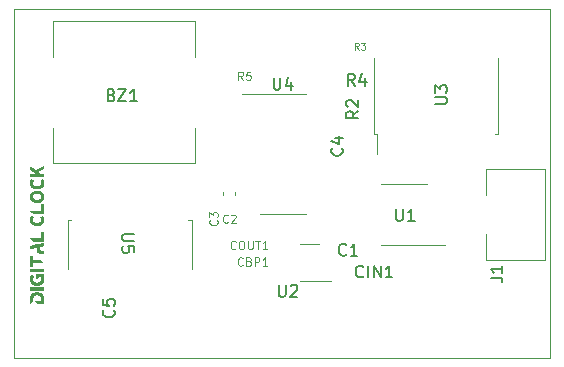
<source format=gbr>
%TF.GenerationSoftware,KiCad,Pcbnew,(6.0.1)*%
%TF.CreationDate,2022-09-04T12:14:09+08:00*%
%TF.ProjectId,Digital Clock,44696769-7461-46c2-9043-6c6f636b2e6b,_____*%
%TF.SameCoordinates,Original*%
%TF.FileFunction,Legend,Top*%
%TF.FilePolarity,Positive*%
%FSLAX46Y46*%
G04 Gerber Fmt 4.6, Leading zero omitted, Abs format (unit mm)*
G04 Created by KiCad (PCBNEW (6.0.1)) date 2022-09-04 12:14:09*
%MOMM*%
%LPD*%
G01*
G04 APERTURE LIST*
%TA.AperFunction,Profile*%
%ADD10C,0.100000*%
%TD*%
%ADD11C,0.090000*%
%ADD12C,0.150000*%
%ADD13C,0.100000*%
%ADD14C,0.120000*%
G04 APERTURE END LIST*
D10*
X43410000Y-19400000D02*
X88800000Y-19400000D01*
X88800000Y-19400000D02*
X88800000Y-48900000D01*
X88800000Y-48900000D02*
X43410000Y-48900000D01*
X43410000Y-48900000D02*
X43410000Y-19400000D01*
D11*
%TO.C,R3*%
X72580000Y-22831428D02*
X72380000Y-22545714D01*
X72237142Y-22831428D02*
X72237142Y-22231428D01*
X72465714Y-22231428D01*
X72522857Y-22260000D01*
X72551428Y-22288571D01*
X72580000Y-22345714D01*
X72580000Y-22431428D01*
X72551428Y-22488571D01*
X72522857Y-22517142D01*
X72465714Y-22545714D01*
X72237142Y-22545714D01*
X72780000Y-22231428D02*
X73151428Y-22231428D01*
X72951428Y-22460000D01*
X73037142Y-22460000D01*
X73094285Y-22488571D01*
X73122857Y-22517142D01*
X73151428Y-22574285D01*
X73151428Y-22717142D01*
X73122857Y-22774285D01*
X73094285Y-22802857D01*
X73037142Y-22831428D01*
X72865714Y-22831428D01*
X72808571Y-22802857D01*
X72780000Y-22774285D01*
D12*
%TO.C,BZ1*%
X51669047Y-26668571D02*
X51811904Y-26716190D01*
X51859523Y-26763809D01*
X51907142Y-26859047D01*
X51907142Y-27001904D01*
X51859523Y-27097142D01*
X51811904Y-27144761D01*
X51716666Y-27192380D01*
X51335714Y-27192380D01*
X51335714Y-26192380D01*
X51669047Y-26192380D01*
X51764285Y-26240000D01*
X51811904Y-26287619D01*
X51859523Y-26382857D01*
X51859523Y-26478095D01*
X51811904Y-26573333D01*
X51764285Y-26620952D01*
X51669047Y-26668571D01*
X51335714Y-26668571D01*
X52240476Y-26192380D02*
X52907142Y-26192380D01*
X52240476Y-27192380D01*
X52907142Y-27192380D01*
X53811904Y-27192380D02*
X53240476Y-27192380D01*
X53526190Y-27192380D02*
X53526190Y-26192380D01*
X53430952Y-26335238D01*
X53335714Y-26430476D01*
X53240476Y-26478095D01*
%TO.C,C5*%
X51837142Y-44876666D02*
X51884761Y-44924285D01*
X51932380Y-45067142D01*
X51932380Y-45162380D01*
X51884761Y-45305238D01*
X51789523Y-45400476D01*
X51694285Y-45448095D01*
X51503809Y-45495714D01*
X51360952Y-45495714D01*
X51170476Y-45448095D01*
X51075238Y-45400476D01*
X50980000Y-45305238D01*
X50932380Y-45162380D01*
X50932380Y-45067142D01*
X50980000Y-44924285D01*
X51027619Y-44876666D01*
X50932380Y-43971904D02*
X50932380Y-44448095D01*
X51408571Y-44495714D01*
X51360952Y-44448095D01*
X51313333Y-44352857D01*
X51313333Y-44114761D01*
X51360952Y-44019523D01*
X51408571Y-43971904D01*
X51503809Y-43924285D01*
X51741904Y-43924285D01*
X51837142Y-43971904D01*
X51884761Y-44019523D01*
X51932380Y-44114761D01*
X51932380Y-44352857D01*
X51884761Y-44448095D01*
X51837142Y-44495714D01*
%TO.C,C4*%
X71157142Y-31166666D02*
X71204761Y-31214285D01*
X71252380Y-31357142D01*
X71252380Y-31452380D01*
X71204761Y-31595238D01*
X71109523Y-31690476D01*
X71014285Y-31738095D01*
X70823809Y-31785714D01*
X70680952Y-31785714D01*
X70490476Y-31738095D01*
X70395238Y-31690476D01*
X70300000Y-31595238D01*
X70252380Y-31452380D01*
X70252380Y-31357142D01*
X70300000Y-31214285D01*
X70347619Y-31166666D01*
X70585714Y-30309523D02*
X71252380Y-30309523D01*
X70204761Y-30547619D02*
X70919047Y-30785714D01*
X70919047Y-30166666D01*
D13*
%TO.C,CBP1*%
X62783333Y-41050000D02*
X62750000Y-41083333D01*
X62650000Y-41116666D01*
X62583333Y-41116666D01*
X62483333Y-41083333D01*
X62416666Y-41016666D01*
X62383333Y-40950000D01*
X62350000Y-40816666D01*
X62350000Y-40716666D01*
X62383333Y-40583333D01*
X62416666Y-40516666D01*
X62483333Y-40450000D01*
X62583333Y-40416666D01*
X62650000Y-40416666D01*
X62750000Y-40450000D01*
X62783333Y-40483333D01*
X63316666Y-40750000D02*
X63416666Y-40783333D01*
X63450000Y-40816666D01*
X63483333Y-40883333D01*
X63483333Y-40983333D01*
X63450000Y-41050000D01*
X63416666Y-41083333D01*
X63350000Y-41116666D01*
X63083333Y-41116666D01*
X63083333Y-40416666D01*
X63316666Y-40416666D01*
X63383333Y-40450000D01*
X63416666Y-40483333D01*
X63450000Y-40550000D01*
X63450000Y-40616666D01*
X63416666Y-40683333D01*
X63383333Y-40716666D01*
X63316666Y-40750000D01*
X63083333Y-40750000D01*
X63783333Y-41116666D02*
X63783333Y-40416666D01*
X64050000Y-40416666D01*
X64116666Y-40450000D01*
X64150000Y-40483333D01*
X64183333Y-40550000D01*
X64183333Y-40650000D01*
X64150000Y-40716666D01*
X64116666Y-40750000D01*
X64050000Y-40783333D01*
X63783333Y-40783333D01*
X64850000Y-41116666D02*
X64450000Y-41116666D01*
X64650000Y-41116666D02*
X64650000Y-40416666D01*
X64583333Y-40516666D01*
X64516666Y-40583333D01*
X64450000Y-40616666D01*
D12*
%TO.C,U2*%
X65838095Y-42742380D02*
X65838095Y-43551904D01*
X65885714Y-43647142D01*
X65933333Y-43694761D01*
X66028571Y-43742380D01*
X66219047Y-43742380D01*
X66314285Y-43694761D01*
X66361904Y-43647142D01*
X66409523Y-43551904D01*
X66409523Y-42742380D01*
X66838095Y-42837619D02*
X66885714Y-42790000D01*
X66980952Y-42742380D01*
X67219047Y-42742380D01*
X67314285Y-42790000D01*
X67361904Y-42837619D01*
X67409523Y-42932857D01*
X67409523Y-43028095D01*
X67361904Y-43170952D01*
X66790476Y-43742380D01*
X67409523Y-43742380D01*
D13*
%TO.C,C2*%
X61523333Y-37420000D02*
X61490000Y-37453333D01*
X61390000Y-37486666D01*
X61323333Y-37486666D01*
X61223333Y-37453333D01*
X61156666Y-37386666D01*
X61123333Y-37320000D01*
X61090000Y-37186666D01*
X61090000Y-37086666D01*
X61123333Y-36953333D01*
X61156666Y-36886666D01*
X61223333Y-36820000D01*
X61323333Y-36786666D01*
X61390000Y-36786666D01*
X61490000Y-36820000D01*
X61523333Y-36853333D01*
X61790000Y-36853333D02*
X61823333Y-36820000D01*
X61890000Y-36786666D01*
X62056666Y-36786666D01*
X62123333Y-36820000D01*
X62156666Y-36853333D01*
X62190000Y-36920000D01*
X62190000Y-36986666D01*
X62156666Y-37086666D01*
X61756666Y-37486666D01*
X62190000Y-37486666D01*
D12*
%TO.C,U5*%
X53547619Y-38438095D02*
X52738095Y-38438095D01*
X52642857Y-38485714D01*
X52595238Y-38533333D01*
X52547619Y-38628571D01*
X52547619Y-38819047D01*
X52595238Y-38914285D01*
X52642857Y-38961904D01*
X52738095Y-39009523D01*
X53547619Y-39009523D01*
X53547619Y-39961904D02*
X53547619Y-39485714D01*
X53071428Y-39438095D01*
X53119047Y-39485714D01*
X53166666Y-39580952D01*
X53166666Y-39819047D01*
X53119047Y-39914285D01*
X53071428Y-39961904D01*
X52976190Y-40009523D01*
X52738095Y-40009523D01*
X52642857Y-39961904D01*
X52595238Y-39914285D01*
X52547619Y-39819047D01*
X52547619Y-39580952D01*
X52595238Y-39485714D01*
X52642857Y-39438095D01*
D13*
%TO.C,COUT1*%
X62183333Y-39650000D02*
X62150000Y-39683333D01*
X62050000Y-39716666D01*
X61983333Y-39716666D01*
X61883333Y-39683333D01*
X61816666Y-39616666D01*
X61783333Y-39550000D01*
X61750000Y-39416666D01*
X61750000Y-39316666D01*
X61783333Y-39183333D01*
X61816666Y-39116666D01*
X61883333Y-39050000D01*
X61983333Y-39016666D01*
X62050000Y-39016666D01*
X62150000Y-39050000D01*
X62183333Y-39083333D01*
X62616666Y-39016666D02*
X62750000Y-39016666D01*
X62816666Y-39050000D01*
X62883333Y-39116666D01*
X62916666Y-39250000D01*
X62916666Y-39483333D01*
X62883333Y-39616666D01*
X62816666Y-39683333D01*
X62750000Y-39716666D01*
X62616666Y-39716666D01*
X62550000Y-39683333D01*
X62483333Y-39616666D01*
X62450000Y-39483333D01*
X62450000Y-39250000D01*
X62483333Y-39116666D01*
X62550000Y-39050000D01*
X62616666Y-39016666D01*
X63216666Y-39016666D02*
X63216666Y-39583333D01*
X63250000Y-39650000D01*
X63283333Y-39683333D01*
X63350000Y-39716666D01*
X63483333Y-39716666D01*
X63550000Y-39683333D01*
X63583333Y-39650000D01*
X63616666Y-39583333D01*
X63616666Y-39016666D01*
X63850000Y-39016666D02*
X64250000Y-39016666D01*
X64050000Y-39716666D02*
X64050000Y-39016666D01*
X64850000Y-39716666D02*
X64450000Y-39716666D01*
X64650000Y-39716666D02*
X64650000Y-39016666D01*
X64583333Y-39116666D01*
X64516666Y-39183333D01*
X64450000Y-39216666D01*
D12*
%TO.C,R4*%
X72273333Y-25862380D02*
X71940000Y-25386190D01*
X71701904Y-25862380D02*
X71701904Y-24862380D01*
X72082857Y-24862380D01*
X72178095Y-24910000D01*
X72225714Y-24957619D01*
X72273333Y-25052857D01*
X72273333Y-25195714D01*
X72225714Y-25290952D01*
X72178095Y-25338571D01*
X72082857Y-25386190D01*
X71701904Y-25386190D01*
X73130476Y-25195714D02*
X73130476Y-25862380D01*
X72892380Y-24814761D02*
X72654285Y-25529047D01*
X73273333Y-25529047D01*
%TO.C,J1*%
X83752380Y-42133333D02*
X84466666Y-42133333D01*
X84609523Y-42180952D01*
X84704761Y-42276190D01*
X84752380Y-42419047D01*
X84752380Y-42514285D01*
X84752380Y-41133333D02*
X84752380Y-41704761D01*
X84752380Y-41419047D02*
X83752380Y-41419047D01*
X83895238Y-41514285D01*
X83990476Y-41609523D01*
X84038095Y-41704761D01*
%TO.C,U4*%
X65398095Y-25202380D02*
X65398095Y-26011904D01*
X65445714Y-26107142D01*
X65493333Y-26154761D01*
X65588571Y-26202380D01*
X65779047Y-26202380D01*
X65874285Y-26154761D01*
X65921904Y-26107142D01*
X65969523Y-26011904D01*
X65969523Y-25202380D01*
X66874285Y-25535714D02*
X66874285Y-26202380D01*
X66636190Y-25154761D02*
X66398095Y-25869047D01*
X67017142Y-25869047D01*
D13*
%TO.C,R5*%
X62793333Y-25386666D02*
X62560000Y-25053333D01*
X62393333Y-25386666D02*
X62393333Y-24686666D01*
X62660000Y-24686666D01*
X62726666Y-24720000D01*
X62760000Y-24753333D01*
X62793333Y-24820000D01*
X62793333Y-24920000D01*
X62760000Y-24986666D01*
X62726666Y-25020000D01*
X62660000Y-25053333D01*
X62393333Y-25053333D01*
X63426666Y-24686666D02*
X63093333Y-24686666D01*
X63060000Y-25020000D01*
X63093333Y-24986666D01*
X63160000Y-24953333D01*
X63326666Y-24953333D01*
X63393333Y-24986666D01*
X63426666Y-25020000D01*
X63460000Y-25086666D01*
X63460000Y-25253333D01*
X63426666Y-25320000D01*
X63393333Y-25353333D01*
X63326666Y-25386666D01*
X63160000Y-25386666D01*
X63093333Y-25353333D01*
X63060000Y-25320000D01*
D12*
%TO.C,C1*%
X71533333Y-40157142D02*
X71485714Y-40204761D01*
X71342857Y-40252380D01*
X71247619Y-40252380D01*
X71104761Y-40204761D01*
X71009523Y-40109523D01*
X70961904Y-40014285D01*
X70914285Y-39823809D01*
X70914285Y-39680952D01*
X70961904Y-39490476D01*
X71009523Y-39395238D01*
X71104761Y-39300000D01*
X71247619Y-39252380D01*
X71342857Y-39252380D01*
X71485714Y-39300000D01*
X71533333Y-39347619D01*
X72485714Y-40252380D02*
X71914285Y-40252380D01*
X72200000Y-40252380D02*
X72200000Y-39252380D01*
X72104761Y-39395238D01*
X72009523Y-39490476D01*
X71914285Y-39538095D01*
%TO.C,CIN1*%
X72971428Y-42017142D02*
X72923809Y-42064761D01*
X72780952Y-42112380D01*
X72685714Y-42112380D01*
X72542857Y-42064761D01*
X72447619Y-41969523D01*
X72400000Y-41874285D01*
X72352380Y-41683809D01*
X72352380Y-41540952D01*
X72400000Y-41350476D01*
X72447619Y-41255238D01*
X72542857Y-41160000D01*
X72685714Y-41112380D01*
X72780952Y-41112380D01*
X72923809Y-41160000D01*
X72971428Y-41207619D01*
X73400000Y-42112380D02*
X73400000Y-41112380D01*
X73876190Y-42112380D02*
X73876190Y-41112380D01*
X74447619Y-42112380D01*
X74447619Y-41112380D01*
X75447619Y-42112380D02*
X74876190Y-42112380D01*
X75161904Y-42112380D02*
X75161904Y-41112380D01*
X75066666Y-41255238D01*
X74971428Y-41350476D01*
X74876190Y-41398095D01*
%TO.C,U1*%
X75748095Y-36312380D02*
X75748095Y-37121904D01*
X75795714Y-37217142D01*
X75843333Y-37264761D01*
X75938571Y-37312380D01*
X76129047Y-37312380D01*
X76224285Y-37264761D01*
X76271904Y-37217142D01*
X76319523Y-37121904D01*
X76319523Y-36312380D01*
X77319523Y-37312380D02*
X76748095Y-37312380D01*
X77033809Y-37312380D02*
X77033809Y-36312380D01*
X76938571Y-36455238D01*
X76843333Y-36550476D01*
X76748095Y-36598095D01*
%TO.C,U3*%
X79062380Y-27421904D02*
X79871904Y-27421904D01*
X79967142Y-27374285D01*
X80014761Y-27326666D01*
X80062380Y-27231428D01*
X80062380Y-27040952D01*
X80014761Y-26945714D01*
X79967142Y-26898095D01*
X79871904Y-26850476D01*
X79062380Y-26850476D01*
X79062380Y-26469523D02*
X79062380Y-25850476D01*
X79443333Y-26183809D01*
X79443333Y-26040952D01*
X79490952Y-25945714D01*
X79538571Y-25898095D01*
X79633809Y-25850476D01*
X79871904Y-25850476D01*
X79967142Y-25898095D01*
X80014761Y-25945714D01*
X80062380Y-26040952D01*
X80062380Y-26326666D01*
X80014761Y-26421904D01*
X79967142Y-26469523D01*
D13*
%TO.C,C3*%
X60590000Y-37246666D02*
X60623333Y-37280000D01*
X60656666Y-37380000D01*
X60656666Y-37446666D01*
X60623333Y-37546666D01*
X60556666Y-37613333D01*
X60490000Y-37646666D01*
X60356666Y-37680000D01*
X60256666Y-37680000D01*
X60123333Y-37646666D01*
X60056666Y-37613333D01*
X59990000Y-37546666D01*
X59956666Y-37446666D01*
X59956666Y-37380000D01*
X59990000Y-37280000D01*
X60023333Y-37246666D01*
X59956666Y-37013333D02*
X59956666Y-36580000D01*
X60223333Y-36813333D01*
X60223333Y-36713333D01*
X60256666Y-36646666D01*
X60290000Y-36613333D01*
X60356666Y-36580000D01*
X60523333Y-36580000D01*
X60590000Y-36613333D01*
X60623333Y-36646666D01*
X60656666Y-36713333D01*
X60656666Y-36913333D01*
X60623333Y-36980000D01*
X60590000Y-37013333D01*
D12*
%TO.C,R2*%
X72552380Y-28026666D02*
X72076190Y-28360000D01*
X72552380Y-28598095D02*
X71552380Y-28598095D01*
X71552380Y-28217142D01*
X71600000Y-28121904D01*
X71647619Y-28074285D01*
X71742857Y-28026666D01*
X71885714Y-28026666D01*
X71980952Y-28074285D01*
X72028571Y-28121904D01*
X72076190Y-28217142D01*
X72076190Y-28598095D01*
X71647619Y-27645714D02*
X71600000Y-27598095D01*
X71552380Y-27502857D01*
X71552380Y-27264761D01*
X71600000Y-27169523D01*
X71647619Y-27121904D01*
X71742857Y-27074285D01*
X71838095Y-27074285D01*
X71980952Y-27121904D01*
X72552380Y-27693333D01*
X72552380Y-27074285D01*
D14*
%TO.C,BZ1*%
X46750000Y-32430000D02*
X46750000Y-29430000D01*
X58750000Y-32430000D02*
X46750000Y-32430000D01*
X58750000Y-20430000D02*
X58750000Y-23430000D01*
X58750000Y-32430000D02*
X58750000Y-29430000D01*
X46750000Y-20430000D02*
X46750000Y-23430000D01*
X46750000Y-20430000D02*
X58750000Y-20430000D01*
%TO.C,U2*%
X68410000Y-39300000D02*
X69210000Y-39300000D01*
X68410000Y-42420000D02*
X67610000Y-42420000D01*
X68410000Y-39300000D02*
X67610000Y-39300000D01*
X68410000Y-42420000D02*
X70210000Y-42420000D01*
%TO.C,C2*%
X62130000Y-35165580D02*
X62130000Y-34884420D01*
X61110000Y-35165580D02*
X61110000Y-34884420D01*
%TO.C,U5*%
X58470000Y-37260000D02*
X58470000Y-41360000D01*
X58470000Y-37260000D02*
X58470000Y-37260000D01*
X58460000Y-37260000D02*
X58170000Y-37260000D01*
X47950000Y-37260000D02*
X48205000Y-37260000D01*
X47950000Y-37260000D02*
X47950000Y-41360000D01*
%TO.C,G2*%
G36*
X45301605Y-35806347D02*
G01*
X45275204Y-35804861D01*
X45252939Y-35802903D01*
X45247082Y-35802198D01*
X45180864Y-35790895D01*
X45118603Y-35774779D01*
X45060035Y-35753756D01*
X45004899Y-35727733D01*
X44954024Y-35697343D01*
X44932401Y-35681562D01*
X44909218Y-35662199D01*
X44885780Y-35640537D01*
X44863392Y-35617859D01*
X44843358Y-35595448D01*
X44826983Y-35574585D01*
X44822404Y-35567957D01*
X44793870Y-35519204D01*
X44771134Y-35468039D01*
X44754267Y-35414738D01*
X44743336Y-35359576D01*
X44738410Y-35302831D01*
X44738800Y-35283133D01*
X45020889Y-35283133D01*
X45021412Y-35309021D01*
X45023156Y-35330329D01*
X45026453Y-35348744D01*
X45031634Y-35365951D01*
X45039032Y-35383637D01*
X45041793Y-35389410D01*
X45059522Y-35418490D01*
X45082750Y-35444755D01*
X45111231Y-35468047D01*
X45144719Y-35488205D01*
X45182966Y-35505071D01*
X45225728Y-35518485D01*
X45250134Y-35524140D01*
X45270996Y-35527460D01*
X45296538Y-35529995D01*
X45325157Y-35531710D01*
X45355247Y-35532564D01*
X45385204Y-35532520D01*
X45413423Y-35531541D01*
X45438299Y-35529588D01*
X45445231Y-35528759D01*
X45492308Y-35520325D01*
X45535412Y-35508050D01*
X45574243Y-35492086D01*
X45608498Y-35472586D01*
X45637877Y-35449701D01*
X45662079Y-35423582D01*
X45666844Y-35417186D01*
X45682353Y-35392221D01*
X45693557Y-35366333D01*
X45700772Y-35338338D01*
X45704312Y-35307056D01*
X45704618Y-35275221D01*
X45703802Y-35255493D01*
X45702458Y-35240120D01*
X45700311Y-35227129D01*
X45697084Y-35214551D01*
X45695290Y-35208762D01*
X45680852Y-35173819D01*
X45661226Y-35142441D01*
X45636498Y-35114688D01*
X45606751Y-35090621D01*
X45572069Y-35070299D01*
X45532535Y-35053783D01*
X45488234Y-35041134D01*
X45452623Y-35034328D01*
X45427248Y-35031396D01*
X45397760Y-35029645D01*
X45366055Y-35029061D01*
X45334031Y-35029630D01*
X45303584Y-35031334D01*
X45276611Y-35034160D01*
X45266006Y-35035813D01*
X45218357Y-35046557D01*
X45175558Y-35061060D01*
X45137686Y-35079275D01*
X45104817Y-35101154D01*
X45077027Y-35126648D01*
X45054395Y-35155709D01*
X45042927Y-35175612D01*
X45033860Y-35195576D01*
X45027478Y-35215118D01*
X45023429Y-35235967D01*
X45021359Y-35259847D01*
X45020889Y-35283133D01*
X44738800Y-35283133D01*
X44739558Y-35244777D01*
X44740105Y-35237766D01*
X44747050Y-35183290D01*
X44758548Y-35132617D01*
X44774904Y-35084861D01*
X44796425Y-35039135D01*
X44823414Y-34994549D01*
X44824081Y-34993561D01*
X44839419Y-34973072D01*
X44858738Y-34950636D01*
X44880652Y-34927625D01*
X44903776Y-34905411D01*
X44926725Y-34885365D01*
X44948112Y-34868860D01*
X44954346Y-34864586D01*
X45005674Y-34834322D01*
X45061027Y-34808596D01*
X45119821Y-34787603D01*
X45181474Y-34771537D01*
X45245406Y-34760595D01*
X45273168Y-34757540D01*
X45293976Y-34756162D01*
X45319087Y-34755357D01*
X45347112Y-34755096D01*
X45376665Y-34755347D01*
X45406360Y-34756080D01*
X45434809Y-34757266D01*
X45460626Y-34758872D01*
X45482424Y-34760869D01*
X45493930Y-34762386D01*
X45557933Y-34774964D01*
X45618265Y-34792066D01*
X45674738Y-34813555D01*
X45727166Y-34839292D01*
X45775364Y-34869140D01*
X45819145Y-34902962D01*
X45858322Y-34940619D01*
X45892711Y-34981974D01*
X45922125Y-35026889D01*
X45946377Y-35075226D01*
X45958471Y-35106088D01*
X45970974Y-35148542D01*
X45980086Y-35194615D01*
X45985580Y-35242449D01*
X45987232Y-35290182D01*
X45985470Y-35329021D01*
X45977648Y-35385490D01*
X45964272Y-35439112D01*
X45945515Y-35489736D01*
X45921548Y-35537214D01*
X45892543Y-35581396D01*
X45858673Y-35622132D01*
X45820109Y-35659273D01*
X45777024Y-35692668D01*
X45729589Y-35722169D01*
X45677976Y-35747625D01*
X45622358Y-35768886D01*
X45562906Y-35785804D01*
X45499793Y-35798229D01*
X45437605Y-35805650D01*
X45415401Y-35806973D01*
X45389041Y-35807675D01*
X45360182Y-35807784D01*
X45355247Y-35807709D01*
X45330484Y-35807332D01*
X45301605Y-35806347D01*
G37*
G36*
X45050870Y-40615677D02*
G01*
X45654552Y-40615677D01*
X45793397Y-40742543D01*
X45818735Y-40765705D01*
X45842898Y-40787811D01*
X45865441Y-40808454D01*
X45885920Y-40827228D01*
X45903893Y-40843723D01*
X45918916Y-40857535D01*
X45930544Y-40868255D01*
X45938334Y-40875476D01*
X45941676Y-40878626D01*
X45951109Y-40887842D01*
X45050870Y-40887842D01*
X45050870Y-41248620D01*
X44769210Y-41248620D01*
X44769210Y-40267558D01*
X45050870Y-40267558D01*
X45050870Y-40615677D01*
G37*
G36*
X45952813Y-39452983D02*
G01*
X45785875Y-39492703D01*
X45618936Y-39532423D01*
X45618936Y-39803851D01*
X45785845Y-39843448D01*
X45952755Y-39883046D01*
X45952813Y-40166408D01*
X45945693Y-40164714D01*
X45941650Y-40163760D01*
X45931881Y-40161458D01*
X45916819Y-40157910D01*
X45896900Y-40153219D01*
X45872557Y-40147487D01*
X45844226Y-40140816D01*
X45812339Y-40133308D01*
X45777333Y-40125067D01*
X45739641Y-40116193D01*
X45699697Y-40106789D01*
X45657937Y-40096959D01*
X45642671Y-40093365D01*
X45600407Y-40083412D01*
X45559833Y-40073848D01*
X45521382Y-40064777D01*
X45485483Y-40056300D01*
X45452570Y-40048520D01*
X45423072Y-40041538D01*
X45397423Y-40035457D01*
X45376052Y-40030379D01*
X45359391Y-40026405D01*
X45347873Y-40023639D01*
X45341928Y-40022182D01*
X45341232Y-40021997D01*
X45340134Y-40021364D01*
X45339191Y-40019895D01*
X45338391Y-40017142D01*
X45337723Y-40012654D01*
X45337174Y-40005983D01*
X45336734Y-39996679D01*
X45336390Y-39984293D01*
X45336131Y-39968375D01*
X45335945Y-39948477D01*
X45335820Y-39924149D01*
X45335744Y-39894942D01*
X45335706Y-39860407D01*
X45335694Y-39820094D01*
X45335694Y-39810044D01*
X45335652Y-39771651D01*
X45335532Y-39735995D01*
X45335338Y-39703515D01*
X45335076Y-39674650D01*
X45334753Y-39649838D01*
X45334375Y-39629519D01*
X45333947Y-39614133D01*
X45333475Y-39604116D01*
X45332965Y-39599910D01*
X45332868Y-39599804D01*
X45329507Y-39600513D01*
X45320520Y-39602557D01*
X45306440Y-39605811D01*
X45287797Y-39610149D01*
X45265125Y-39615446D01*
X45238955Y-39621574D01*
X45209820Y-39628411D01*
X45178253Y-39635828D01*
X45144785Y-39643702D01*
X45109948Y-39651906D01*
X45074275Y-39660315D01*
X45038299Y-39668804D01*
X45002551Y-39677246D01*
X44967563Y-39685516D01*
X44933868Y-39693489D01*
X44901999Y-39701039D01*
X44872486Y-39708040D01*
X44845863Y-39714367D01*
X44822663Y-39719894D01*
X44803416Y-39724496D01*
X44788655Y-39728047D01*
X44778913Y-39730422D01*
X44774748Y-39731486D01*
X44773433Y-39731583D01*
X44772344Y-39730655D01*
X44771459Y-39728167D01*
X44770758Y-39723583D01*
X44770219Y-39716368D01*
X44769822Y-39705987D01*
X44769544Y-39691903D01*
X44769365Y-39673582D01*
X44769264Y-39650489D01*
X44769219Y-39622087D01*
X44769210Y-39591287D01*
X44769210Y-39449426D01*
X45353891Y-39310484D01*
X45413526Y-39296314D01*
X45471560Y-39282526D01*
X45527689Y-39269194D01*
X45581610Y-39256389D01*
X45633017Y-39244184D01*
X45681607Y-39232650D01*
X45727077Y-39221859D01*
X45769121Y-39211884D01*
X45807437Y-39202797D01*
X45841720Y-39194670D01*
X45871665Y-39187574D01*
X45896970Y-39181583D01*
X45917330Y-39176768D01*
X45932441Y-39173202D01*
X45941999Y-39170955D01*
X45945693Y-39170103D01*
X45952813Y-39168665D01*
X45952813Y-39452983D01*
G37*
G36*
X45390906Y-43348711D02*
G01*
X45415667Y-43349289D01*
X45436482Y-43350324D01*
X45454538Y-43351879D01*
X45471023Y-43354011D01*
X45471777Y-43354126D01*
X45537872Y-43366767D01*
X45599554Y-43383674D01*
X45656755Y-43404806D01*
X45709405Y-43430122D01*
X45757436Y-43459581D01*
X45800777Y-43493142D01*
X45839361Y-43530764D01*
X45873117Y-43572406D01*
X45894331Y-43604750D01*
X45916872Y-43648470D01*
X45933833Y-43694947D01*
X45945283Y-43744391D01*
X45949307Y-43773395D01*
X45950041Y-43783728D01*
X45950693Y-43800246D01*
X45951261Y-43822804D01*
X45951743Y-43851258D01*
X45952139Y-43885463D01*
X45952445Y-43925275D01*
X45952660Y-43970550D01*
X45952783Y-44021143D01*
X45952813Y-44065340D01*
X45952813Y-44324723D01*
X45405006Y-44324723D01*
X45264999Y-44195761D01*
X45124991Y-44066798D01*
X45401237Y-44065990D01*
X45677483Y-44065181D01*
X45677483Y-43960630D01*
X45677404Y-43927183D01*
X45677098Y-43899266D01*
X45676462Y-43876080D01*
X45675391Y-43856826D01*
X45673782Y-43840705D01*
X45671531Y-43826920D01*
X45668535Y-43814670D01*
X45664689Y-43803158D01*
X45659890Y-43791585D01*
X45654035Y-43779152D01*
X45653867Y-43778809D01*
X45633830Y-43744722D01*
X45609127Y-43714881D01*
X45582312Y-43691134D01*
X45549493Y-43669655D01*
X45512444Y-43651871D01*
X45472272Y-43638072D01*
X45430081Y-43628546D01*
X45386977Y-43623581D01*
X45344064Y-43623468D01*
X45328165Y-43624743D01*
X45280421Y-43632193D01*
X45236420Y-43644121D01*
X45196394Y-43660392D01*
X45160576Y-43680866D01*
X45129199Y-43705406D01*
X45102495Y-43733875D01*
X45080699Y-43766133D01*
X45076555Y-43773781D01*
X45071326Y-43783935D01*
X45066932Y-43792969D01*
X45063293Y-43801537D01*
X45060329Y-43810290D01*
X45057959Y-43819881D01*
X45056104Y-43830963D01*
X45054683Y-43844189D01*
X45053617Y-43860210D01*
X45052825Y-43879679D01*
X45052226Y-43903250D01*
X45051741Y-43931573D01*
X45051290Y-43965303D01*
X45051093Y-43981014D01*
X45049287Y-44126254D01*
X44910040Y-44225092D01*
X44770792Y-44323929D01*
X44769853Y-44068775D01*
X44769686Y-44017737D01*
X44769597Y-43972572D01*
X44769601Y-43932825D01*
X44769718Y-43898039D01*
X44769963Y-43867759D01*
X44770356Y-43841529D01*
X44770912Y-43818892D01*
X44771649Y-43799394D01*
X44772585Y-43782577D01*
X44773736Y-43767987D01*
X44775121Y-43755168D01*
X44776757Y-43743663D01*
X44778661Y-43733016D01*
X44780850Y-43722773D01*
X44783343Y-43712476D01*
X44783442Y-43712081D01*
X44798827Y-43664165D01*
X44820013Y-43618404D01*
X44846723Y-43575198D01*
X44878676Y-43534943D01*
X44915595Y-43498040D01*
X44955654Y-43465988D01*
X44999410Y-43437551D01*
X45045638Y-43413305D01*
X45095267Y-43392841D01*
X45149228Y-43375748D01*
X45175876Y-43368877D01*
X45204755Y-43362263D01*
X45230759Y-43357185D01*
X45255517Y-43353463D01*
X45280655Y-43350919D01*
X45307801Y-43349374D01*
X45338583Y-43348648D01*
X45361012Y-43348532D01*
X45390906Y-43348711D01*
G37*
G36*
X45952813Y-39068132D02*
G01*
X45073199Y-39068132D01*
X44922705Y-38931258D01*
X44772210Y-38794384D01*
X45671154Y-38792780D01*
X45671154Y-38219988D01*
X45952813Y-38219988D01*
X45952813Y-39068132D01*
G37*
G36*
X45952813Y-41650539D02*
G01*
X44769210Y-41650539D01*
X44769210Y-41378373D01*
X45952813Y-41378373D01*
X45952813Y-41650539D01*
G37*
G36*
X45952813Y-43217072D02*
G01*
X44769210Y-43217072D01*
X44769210Y-42944907D01*
X45952813Y-42944907D01*
X45952813Y-43217072D01*
G37*
G36*
X45952813Y-36757890D02*
G01*
X45073199Y-36757890D01*
X44922705Y-36621016D01*
X44772210Y-36484142D01*
X45671154Y-36482538D01*
X45671154Y-35909746D01*
X45952813Y-35909746D01*
X45952813Y-36757890D01*
G37*
G36*
X45952813Y-41908065D02*
G01*
X45952865Y-41937189D01*
X45953041Y-41960687D01*
X45953371Y-41979265D01*
X45953885Y-41993625D01*
X45954613Y-42004470D01*
X45955585Y-42012506D01*
X45956832Y-42018436D01*
X45957651Y-42021067D01*
X45962753Y-42038761D01*
X45967610Y-42061680D01*
X45972121Y-42088719D01*
X45976188Y-42118775D01*
X45979710Y-42150745D01*
X45982588Y-42183525D01*
X45984722Y-42216012D01*
X45986012Y-42247102D01*
X45986359Y-42275691D01*
X45985664Y-42300677D01*
X45984360Y-42316711D01*
X45974639Y-42375657D01*
X45959276Y-42431871D01*
X45938321Y-42485229D01*
X45911823Y-42535610D01*
X45879831Y-42582891D01*
X45875214Y-42588877D01*
X45860447Y-42606434D01*
X45842317Y-42625985D01*
X45822435Y-42645939D01*
X45802411Y-42664702D01*
X45783854Y-42680684D01*
X45776578Y-42686417D01*
X45728286Y-42719217D01*
X45675719Y-42747609D01*
X45619304Y-42771418D01*
X45559472Y-42790471D01*
X45496651Y-42804594D01*
X45477993Y-42807733D01*
X45457201Y-42810197D01*
X45431566Y-42812014D01*
X45402541Y-42813182D01*
X45371580Y-42813701D01*
X45340137Y-42813572D01*
X45309664Y-42812792D01*
X45281614Y-42811361D01*
X45257442Y-42809280D01*
X45246078Y-42807820D01*
X45183262Y-42795637D01*
X45123493Y-42778463D01*
X45067029Y-42756477D01*
X45014129Y-42729859D01*
X44965054Y-42698790D01*
X44920061Y-42663450D01*
X44879410Y-42624018D01*
X44843360Y-42580675D01*
X44812170Y-42533600D01*
X44789666Y-42490770D01*
X44769060Y-42439811D01*
X44753777Y-42387003D01*
X44743734Y-42332927D01*
X44738851Y-42278164D01*
X44739046Y-42223296D01*
X44744238Y-42168905D01*
X44754346Y-42115571D01*
X44769289Y-42063876D01*
X44788984Y-42014401D01*
X44813351Y-41967729D01*
X44842308Y-41924439D01*
X44874135Y-41886831D01*
X44900546Y-41859030D01*
X44981246Y-41934029D01*
X45001267Y-41952642D01*
X45020779Y-41970795D01*
X45039052Y-41987806D01*
X45055354Y-42002995D01*
X45068954Y-42015680D01*
X45079121Y-42025181D01*
X45083528Y-42029313D01*
X45105111Y-42049597D01*
X45085543Y-42070515D01*
X45061058Y-42100217D01*
X45042492Y-42130934D01*
X45029590Y-42163379D01*
X45022095Y-42198263D01*
X45019749Y-42236297D01*
X45020151Y-42251649D01*
X45022410Y-42280032D01*
X45026589Y-42304585D01*
X45033241Y-42327659D01*
X45042919Y-42351607D01*
X45044501Y-42355064D01*
X45065548Y-42393264D01*
X45091426Y-42427388D01*
X45122151Y-42457450D01*
X45157736Y-42483465D01*
X45197277Y-42505017D01*
X45233992Y-42519984D01*
X45271417Y-42530561D01*
X45310967Y-42537040D01*
X45354061Y-42539715D01*
X45365573Y-42539824D01*
X45414194Y-42537122D01*
X45460309Y-42529169D01*
X45503585Y-42516190D01*
X45543688Y-42498411D01*
X45580283Y-42476058D01*
X45613038Y-42449359D01*
X45641618Y-42418538D01*
X45665688Y-42383821D01*
X45684916Y-42345436D01*
X45695299Y-42316555D01*
X45698536Y-42305500D01*
X45700855Y-42295879D01*
X45702408Y-42286251D01*
X45703349Y-42275173D01*
X45703831Y-42261203D01*
X45704008Y-42242900D01*
X45704027Y-42234429D01*
X45702758Y-42190197D01*
X45698806Y-42151363D01*
X45692127Y-42117569D01*
X45687444Y-42101511D01*
X45682230Y-42085687D01*
X45612606Y-42084847D01*
X45542983Y-42084006D01*
X45402783Y-42186909D01*
X45376526Y-42206163D01*
X45351818Y-42224244D01*
X45329127Y-42240814D01*
X45308919Y-42255534D01*
X45291661Y-42268065D01*
X45277819Y-42278068D01*
X45267860Y-42285203D01*
X45262249Y-42289133D01*
X45261162Y-42289811D01*
X45260935Y-42286727D01*
X45260720Y-42277800D01*
X45260518Y-42263516D01*
X45260333Y-42244360D01*
X45260168Y-42220819D01*
X45260026Y-42193378D01*
X45259909Y-42162524D01*
X45259821Y-42128742D01*
X45259764Y-42092520D01*
X45259741Y-42054342D01*
X45259741Y-41808774D01*
X45952813Y-41808774D01*
X45952813Y-41908065D01*
G37*
G36*
X45952057Y-32780968D02*
G01*
X45952203Y-32809819D01*
X45952286Y-32836740D01*
X45952308Y-32861064D01*
X45952270Y-32882126D01*
X45952174Y-32899262D01*
X45952022Y-32911805D01*
X45951816Y-32919092D01*
X45951664Y-32920673D01*
X45948745Y-32922598D01*
X45940634Y-32927252D01*
X45927740Y-32934416D01*
X45910471Y-32943869D01*
X45889234Y-32955390D01*
X45864440Y-32968759D01*
X45836495Y-32983757D01*
X45805808Y-33000163D01*
X45772788Y-33017755D01*
X45737843Y-33036315D01*
X45711203Y-33050427D01*
X45675145Y-33069524D01*
X45640738Y-33087782D01*
X45608387Y-33104986D01*
X45578496Y-33120917D01*
X45551471Y-33135358D01*
X45527718Y-33148092D01*
X45507640Y-33158902D01*
X45491645Y-33167572D01*
X45480136Y-33173883D01*
X45473519Y-33177618D01*
X45472011Y-33178598D01*
X45474556Y-33180641D01*
X45481830Y-33185877D01*
X45493317Y-33193948D01*
X45508503Y-33204500D01*
X45526874Y-33217175D01*
X45547917Y-33231619D01*
X45571117Y-33247476D01*
X45594290Y-33263254D01*
X45716519Y-33346327D01*
X45952813Y-33346327D01*
X45952813Y-33621658D01*
X44769210Y-33621658D01*
X44769210Y-33346366D01*
X45018277Y-33345555D01*
X45267345Y-33344745D01*
X45018277Y-33174377D01*
X44769210Y-33004008D01*
X44769210Y-32697418D01*
X44793737Y-32714480D01*
X44800199Y-32718943D01*
X44811436Y-32726668D01*
X44826996Y-32737344D01*
X44846428Y-32750663D01*
X44869280Y-32766315D01*
X44895100Y-32783992D01*
X44923438Y-32803383D01*
X44953840Y-32824181D01*
X44985857Y-32846074D01*
X45019035Y-32868756D01*
X45029569Y-32875955D01*
X45240874Y-33020368D01*
X45596052Y-32832398D01*
X45951231Y-32644427D01*
X45952057Y-32780968D01*
G37*
G36*
X44903840Y-33754323D02*
G01*
X44910903Y-33760363D01*
X44921381Y-33769638D01*
X44934694Y-33781614D01*
X44950263Y-33795753D01*
X44967508Y-33811520D01*
X44985850Y-33828379D01*
X45004709Y-33845792D01*
X45023506Y-33863225D01*
X45041661Y-33880140D01*
X45058595Y-33896002D01*
X45073729Y-33910274D01*
X45086483Y-33922421D01*
X45096277Y-33931905D01*
X45102532Y-33938192D01*
X45104670Y-33940730D01*
X45102416Y-33943844D01*
X45096755Y-33949118D01*
X45094010Y-33951381D01*
X45084224Y-33960782D01*
X45072934Y-33974103D01*
X45061450Y-33989596D01*
X45051086Y-34005514D01*
X45044560Y-34017226D01*
X45031675Y-34049119D01*
X45023218Y-34084111D01*
X45019398Y-34120580D01*
X45020427Y-34156904D01*
X45023607Y-34178719D01*
X45033660Y-34214020D01*
X45049354Y-34246832D01*
X45070387Y-34276836D01*
X45096454Y-34303714D01*
X45127254Y-34327149D01*
X45162481Y-34346821D01*
X45197368Y-34360926D01*
X45238426Y-34372330D01*
X45283260Y-34380196D01*
X45330423Y-34384513D01*
X45378469Y-34385267D01*
X45425950Y-34382448D01*
X45471420Y-34376044D01*
X45513433Y-34366042D01*
X45521406Y-34363572D01*
X45562124Y-34347693D01*
X45598191Y-34327959D01*
X45629436Y-34304535D01*
X45655687Y-34277585D01*
X45676773Y-34247271D01*
X45692521Y-34213757D01*
X45698723Y-34194471D01*
X45701702Y-34178826D01*
X45703617Y-34158805D01*
X45704470Y-34136267D01*
X45704264Y-34113075D01*
X45703005Y-34091091D01*
X45700694Y-34072174D01*
X45698473Y-34061827D01*
X45688259Y-34033238D01*
X45673960Y-34005231D01*
X45656593Y-33979403D01*
X45637177Y-33957354D01*
X45625256Y-33946831D01*
X45616737Y-33939899D01*
X45610616Y-33934517D01*
X45608185Y-33931825D01*
X45608183Y-33931800D01*
X45610639Y-33929581D01*
X45617606Y-33924127D01*
X45628456Y-33915895D01*
X45642560Y-33905344D01*
X45659291Y-33892933D01*
X45678018Y-33879121D01*
X45698115Y-33864365D01*
X45718953Y-33849125D01*
X45739903Y-33833858D01*
X45760338Y-33819025D01*
X45779628Y-33805082D01*
X45797146Y-33792489D01*
X45812263Y-33781704D01*
X45824350Y-33773187D01*
X45832780Y-33767394D01*
X45836925Y-33764785D01*
X45837166Y-33764689D01*
X45841214Y-33766593D01*
X45848207Y-33772784D01*
X45857407Y-33782404D01*
X45868075Y-33794596D01*
X45879473Y-33808500D01*
X45890861Y-33823259D01*
X45901501Y-33838013D01*
X45906062Y-33844745D01*
X45932356Y-33890108D01*
X45953743Y-33938957D01*
X45970050Y-33990577D01*
X45981105Y-34044254D01*
X45986735Y-34099274D01*
X45986768Y-34154922D01*
X45985470Y-34173900D01*
X45977648Y-34230364D01*
X45964272Y-34283982D01*
X45945514Y-34334604D01*
X45921546Y-34382081D01*
X45892541Y-34426262D01*
X45858669Y-34466999D01*
X45820105Y-34504140D01*
X45777020Y-34537537D01*
X45729585Y-34567039D01*
X45677974Y-34592497D01*
X45622359Y-34613760D01*
X45562911Y-34630680D01*
X45499804Y-34643106D01*
X45437605Y-34650529D01*
X45415401Y-34651852D01*
X45389041Y-34652554D01*
X45360182Y-34652663D01*
X45330484Y-34652211D01*
X45301605Y-34651227D01*
X45275204Y-34649741D01*
X45252939Y-34647783D01*
X45247082Y-34647077D01*
X45182135Y-34635970D01*
X45120716Y-34620150D01*
X45063017Y-34599728D01*
X45009229Y-34574813D01*
X44959546Y-34545516D01*
X44914158Y-34511947D01*
X44873258Y-34474216D01*
X44837038Y-34432432D01*
X44812920Y-34398284D01*
X44789603Y-34356710D01*
X44770314Y-34311069D01*
X44755307Y-34262376D01*
X44744837Y-34211647D01*
X44739159Y-34159897D01*
X44738527Y-34108141D01*
X44738767Y-34102694D01*
X44744202Y-34044783D01*
X44754686Y-33990512D01*
X44770370Y-33939510D01*
X44791411Y-33891401D01*
X44817961Y-33845814D01*
X44850174Y-33802376D01*
X44873587Y-33775792D01*
X44883419Y-33765762D01*
X44891985Y-33757880D01*
X44898222Y-33753075D01*
X44900771Y-33752056D01*
X44903840Y-33754323D01*
G37*
G36*
X44900771Y-36859806D02*
G01*
X44903840Y-36862073D01*
X44910903Y-36868113D01*
X44921381Y-36877388D01*
X44934694Y-36889364D01*
X44950263Y-36903503D01*
X44967508Y-36919270D01*
X44985850Y-36936128D01*
X45004709Y-36953542D01*
X45023506Y-36970975D01*
X45041661Y-36987890D01*
X45058595Y-37003752D01*
X45073729Y-37018024D01*
X45086483Y-37030171D01*
X45096277Y-37039655D01*
X45102532Y-37045942D01*
X45104670Y-37048480D01*
X45102416Y-37051593D01*
X45096755Y-37056868D01*
X45094010Y-37059131D01*
X45084224Y-37068532D01*
X45072934Y-37081853D01*
X45061450Y-37097346D01*
X45051086Y-37113264D01*
X45044560Y-37124976D01*
X45031675Y-37156869D01*
X45023218Y-37191861D01*
X45019398Y-37228329D01*
X45020427Y-37264654D01*
X45023607Y-37286468D01*
X45033660Y-37321770D01*
X45049354Y-37354582D01*
X45070387Y-37384586D01*
X45096454Y-37411464D01*
X45127254Y-37434899D01*
X45162481Y-37454571D01*
X45197368Y-37468676D01*
X45238426Y-37480080D01*
X45283260Y-37487946D01*
X45330423Y-37492262D01*
X45378469Y-37493017D01*
X45425950Y-37490198D01*
X45471420Y-37483793D01*
X45513433Y-37473792D01*
X45521406Y-37471322D01*
X45562124Y-37455443D01*
X45598191Y-37435709D01*
X45629436Y-37412285D01*
X45655687Y-37385334D01*
X45676773Y-37355020D01*
X45692521Y-37321507D01*
X45698723Y-37302221D01*
X45701702Y-37286576D01*
X45703617Y-37266555D01*
X45704470Y-37244017D01*
X45704264Y-37220825D01*
X45703005Y-37198840D01*
X45700694Y-37179924D01*
X45698473Y-37169577D01*
X45688259Y-37140988D01*
X45673960Y-37112980D01*
X45656593Y-37087153D01*
X45637177Y-37065104D01*
X45625256Y-37054581D01*
X45616737Y-37047648D01*
X45610616Y-37042267D01*
X45608185Y-37039575D01*
X45608183Y-37039549D01*
X45610639Y-37037331D01*
X45617606Y-37031877D01*
X45628456Y-37023645D01*
X45642560Y-37013094D01*
X45659291Y-37000683D01*
X45678018Y-36986871D01*
X45698115Y-36972115D01*
X45718953Y-36956875D01*
X45739903Y-36941608D01*
X45760338Y-36926775D01*
X45779628Y-36912832D01*
X45797146Y-36900239D01*
X45812263Y-36889454D01*
X45824350Y-36880936D01*
X45832780Y-36875144D01*
X45836925Y-36872535D01*
X45837166Y-36872439D01*
X45841214Y-36874342D01*
X45848207Y-36880534D01*
X45857407Y-36890154D01*
X45868075Y-36902346D01*
X45879473Y-36916250D01*
X45890861Y-36931009D01*
X45901501Y-36945763D01*
X45906062Y-36952495D01*
X45932356Y-36997858D01*
X45953743Y-37046707D01*
X45970050Y-37098327D01*
X45981105Y-37152004D01*
X45986735Y-37207023D01*
X45986768Y-37262672D01*
X45985470Y-37281650D01*
X45977648Y-37338119D01*
X45964272Y-37391741D01*
X45945515Y-37442365D01*
X45921548Y-37489843D01*
X45892543Y-37534025D01*
X45858673Y-37574761D01*
X45820109Y-37611902D01*
X45777024Y-37645297D01*
X45729589Y-37674798D01*
X45677976Y-37700254D01*
X45622358Y-37721515D01*
X45562906Y-37738433D01*
X45499793Y-37750858D01*
X45437605Y-37758279D01*
X45415401Y-37759602D01*
X45389041Y-37760304D01*
X45360182Y-37760413D01*
X45330484Y-37759961D01*
X45301605Y-37758976D01*
X45275204Y-37757490D01*
X45252939Y-37755532D01*
X45247082Y-37754827D01*
X45182300Y-37743765D01*
X45120963Y-37728022D01*
X45063321Y-37707710D01*
X45009625Y-37682937D01*
X44960125Y-37653814D01*
X44915071Y-37620452D01*
X44888672Y-37596913D01*
X44850252Y-37555939D01*
X44817503Y-37512154D01*
X44790421Y-37465554D01*
X44769006Y-37416134D01*
X44753253Y-37363889D01*
X44750690Y-37352677D01*
X44741551Y-37296999D01*
X44738056Y-37241199D01*
X44740087Y-37185870D01*
X44747529Y-37131603D01*
X44760265Y-37078990D01*
X44778178Y-37028624D01*
X44801151Y-36981095D01*
X44829067Y-36936997D01*
X44833934Y-36930367D01*
X44844259Y-36917179D01*
X44855664Y-36903590D01*
X44867333Y-36890462D01*
X44878449Y-36878658D01*
X44888197Y-36869038D01*
X44895760Y-36862465D01*
X44900321Y-36859802D01*
X44900771Y-36859806D01*
G37*
%TO.C,J1*%
X83337500Y-32910000D02*
X88337500Y-32910000D01*
X83337500Y-40610000D02*
X88337500Y-40590000D01*
X83337500Y-35110000D02*
X83337500Y-32910000D01*
X83337500Y-40610000D02*
X83337500Y-38410000D01*
X88337500Y-40590000D02*
X88337500Y-32910000D01*
%TO.C,U4*%
X66160000Y-36710000D02*
X68110000Y-36710000D01*
X66160000Y-26590000D02*
X68110000Y-26590000D01*
X66160000Y-36710000D02*
X64210000Y-36710000D01*
X66160000Y-26590000D02*
X62710000Y-26590000D01*
%TO.C,U1*%
X76410000Y-34200000D02*
X78360000Y-34200000D01*
X76410000Y-39320000D02*
X79860000Y-39320000D01*
X76410000Y-39320000D02*
X74460000Y-39320000D01*
X76410000Y-34200000D02*
X74460000Y-34200000D01*
%TO.C,U3*%
X74140000Y-29995000D02*
X74140000Y-31660000D01*
X84405000Y-27610000D02*
X84405000Y-29995000D01*
X84405000Y-27610000D02*
X84405000Y-23510000D01*
X73885000Y-27610000D02*
X73885000Y-23510000D01*
X73885000Y-27610000D02*
X73885000Y-29995000D01*
X73885000Y-29995000D02*
X74140000Y-29995000D01*
X84405000Y-29995000D02*
X84150000Y-29995000D01*
%TD*%
M02*

</source>
